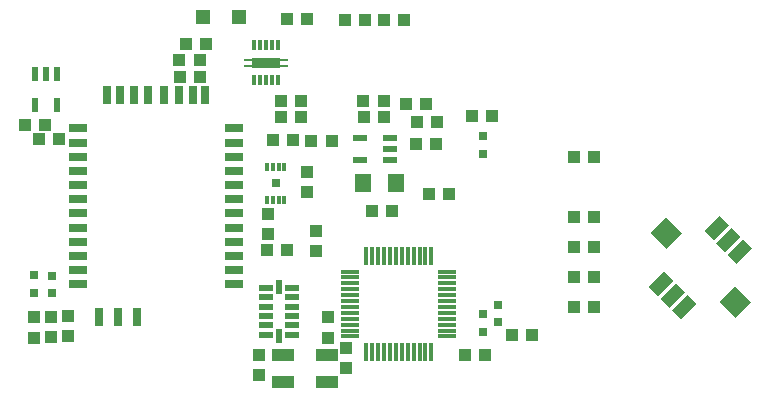
<source format=gtp>
G75*
G70*
%OFA0B0*%
%FSLAX24Y24*%
%IPPOS*%
%LPD*%
%AMOC8*
5,1,8,0,0,1.08239X$1,22.5*
%
%ADD10R,0.0630X0.0118*%
%ADD11R,0.0118X0.0630*%
%ADD12R,0.0217X0.0472*%
%ADD13R,0.0433X0.0394*%
%ADD14R,0.0117X0.0335*%
%ADD15R,0.0276X0.0110*%
%ADD16R,0.0940X0.0340*%
%ADD17R,0.0512X0.0512*%
%ADD18R,0.0118X0.0315*%
%ADD19R,0.0260X0.0260*%
%ADD20R,0.0394X0.0433*%
%ADD21R,0.0472X0.0217*%
%ADD22R,0.0551X0.0630*%
%ADD23R,0.0472X0.0197*%
%ADD24R,0.0197X0.0472*%
%ADD25R,0.0748X0.0433*%
%ADD26R,0.0630X0.0315*%
%ADD27R,0.0315X0.0630*%
%ADD28R,0.0315X0.0315*%
%ADD29R,0.0728X0.0433*%
%ADD30R,0.0748X0.0787*%
D10*
X011651Y003286D03*
X011651Y003483D03*
X011651Y003680D03*
X011651Y003877D03*
X011651Y004074D03*
X011651Y004271D03*
X011651Y004467D03*
X011651Y004664D03*
X011651Y004861D03*
X011651Y005058D03*
X011651Y005255D03*
X011651Y005452D03*
X014879Y005452D03*
X014879Y005255D03*
X014879Y005058D03*
X014879Y004861D03*
X014879Y004664D03*
X014879Y004467D03*
X014879Y004271D03*
X014879Y004074D03*
X014879Y003877D03*
X014879Y003680D03*
X014879Y003483D03*
X014879Y003286D03*
D11*
X014348Y002755D03*
X014151Y002755D03*
X013954Y002755D03*
X013757Y002755D03*
X013560Y002755D03*
X013363Y002755D03*
X013166Y002755D03*
X012970Y002755D03*
X012773Y002755D03*
X012576Y002755D03*
X012379Y002755D03*
X012182Y002755D03*
X012182Y005983D03*
X012379Y005983D03*
X012576Y005983D03*
X012773Y005983D03*
X012970Y005983D03*
X013166Y005983D03*
X013363Y005983D03*
X013560Y005983D03*
X013757Y005983D03*
X013954Y005983D03*
X014151Y005983D03*
X014348Y005983D03*
D12*
X001877Y010998D03*
X001129Y010998D03*
X001129Y012022D03*
X001503Y012022D03*
X001877Y012022D03*
D13*
X001476Y010330D03*
X000807Y010330D03*
X001268Y009871D03*
X001938Y009871D03*
X005950Y012499D03*
X005980Y011921D03*
X006650Y011921D03*
X006620Y012499D03*
X006847Y013037D03*
X006178Y013037D03*
X009523Y013860D03*
X010192Y013860D03*
X011469Y013823D03*
X012138Y013823D03*
X012759Y013833D03*
X013429Y013833D03*
X013498Y011049D03*
X012753Y011125D03*
X012764Y010617D03*
X012095Y010617D03*
X012083Y011125D03*
X011021Y009817D03*
X010352Y009817D03*
X009726Y009848D03*
X009057Y009848D03*
X009327Y010609D03*
X009347Y011127D03*
X010016Y011127D03*
X009997Y010609D03*
X013866Y010447D03*
X014535Y010447D03*
X014167Y011049D03*
X013849Y009699D03*
X014518Y009699D03*
X015690Y010625D03*
X016360Y010625D03*
X019090Y009275D03*
X019760Y009275D03*
X019760Y007275D03*
X019090Y007275D03*
X019090Y006275D03*
X019760Y006275D03*
X019760Y005275D03*
X019090Y005275D03*
X019090Y004275D03*
X019760Y004275D03*
X017691Y003333D03*
X017021Y003333D03*
X016131Y002674D03*
X015462Y002674D03*
X013025Y007464D03*
X012356Y007464D03*
X014276Y008050D03*
X014945Y008050D03*
X009547Y006164D03*
X008878Y006164D03*
D14*
X008837Y011831D03*
X009033Y011831D03*
X009230Y011831D03*
X008640Y011831D03*
X008443Y011831D03*
X008443Y012993D03*
X008640Y012993D03*
X008837Y012993D03*
X009033Y012993D03*
X009230Y012993D03*
D15*
X009427Y012510D03*
X009427Y012314D03*
X008246Y012314D03*
X008246Y012510D03*
D16*
X008837Y012412D03*
D17*
X007931Y013921D03*
X006750Y013921D03*
D18*
X008861Y008944D03*
X009058Y008944D03*
X009255Y008944D03*
X009452Y008944D03*
X009452Y007842D03*
X009255Y007842D03*
X009058Y007842D03*
X008861Y007842D03*
D19*
X009157Y008393D03*
D20*
X001096Y003251D03*
X001684Y003256D03*
X002242Y003299D03*
X002242Y003969D03*
X001684Y003925D03*
X001096Y003920D03*
X008590Y002658D03*
X008590Y001989D03*
X010903Y003250D03*
X011517Y002915D03*
X011517Y002246D03*
X010903Y003919D03*
X010496Y006121D03*
X010496Y006791D03*
X010211Y008088D03*
X010211Y008758D03*
X008903Y007368D03*
X008903Y006699D03*
D21*
X011953Y009156D03*
X011953Y009904D03*
X012977Y009904D03*
X012977Y009530D03*
X012977Y009156D03*
D22*
X013157Y008392D03*
X012055Y008392D03*
D23*
X009709Y004913D03*
X009709Y004598D03*
X009709Y004283D03*
X009709Y003968D03*
X009709Y003653D03*
X009709Y003338D03*
X008843Y003338D03*
X008843Y003653D03*
X008843Y003968D03*
X008843Y004283D03*
X008843Y004598D03*
X008843Y004913D03*
D24*
X009276Y004952D03*
X009276Y003299D03*
D25*
X009403Y002674D03*
X009403Y001768D03*
X010860Y001768D03*
X010860Y002674D03*
D26*
X007773Y005027D03*
X007773Y005499D03*
X007773Y005971D03*
X007773Y006444D03*
X007773Y006916D03*
X007773Y007389D03*
X007773Y007861D03*
X007773Y008334D03*
X007773Y008806D03*
X007773Y009279D03*
X007773Y009751D03*
X007773Y010223D03*
X002577Y010223D03*
X002577Y009751D03*
X002577Y009279D03*
X002577Y008806D03*
X002577Y008334D03*
X002577Y007861D03*
X002577Y007389D03*
X002577Y006916D03*
X002577Y006444D03*
X002577Y005971D03*
X002577Y005499D03*
X002577Y005027D03*
D27*
X003285Y003924D03*
X003915Y003924D03*
X004545Y003924D03*
X004427Y011326D03*
X004899Y011326D03*
X005451Y011326D03*
X005923Y011326D03*
X006395Y011326D03*
X006798Y011326D03*
X003955Y011326D03*
X003552Y011326D03*
D28*
X001699Y005313D03*
X001699Y004722D03*
X001092Y004733D03*
X001092Y005324D03*
X016053Y004025D03*
X016557Y003761D03*
X016053Y003435D03*
X016557Y004352D03*
X016075Y009380D03*
X016075Y009970D03*
D29*
G36*
X022420Y005150D02*
X021906Y004636D01*
X021600Y004942D01*
X022114Y005456D01*
X022420Y005150D01*
G37*
G36*
X022809Y004760D02*
X022295Y004246D01*
X021989Y004552D01*
X022503Y005066D01*
X022809Y004760D01*
G37*
G36*
X023199Y004371D02*
X022685Y003857D01*
X022379Y004163D01*
X022893Y004677D01*
X023199Y004371D01*
G37*
G36*
X025050Y006222D02*
X024536Y005708D01*
X024230Y006014D01*
X024744Y006528D01*
X025050Y006222D01*
G37*
G36*
X024661Y006612D02*
X024147Y006098D01*
X023841Y006404D01*
X024355Y006918D01*
X024661Y006612D01*
G37*
G36*
X024271Y007001D02*
X023757Y006487D01*
X023451Y006793D01*
X023965Y007307D01*
X024271Y007001D01*
G37*
D30*
G36*
X022717Y006719D02*
X022188Y006190D01*
X021633Y006745D01*
X022162Y007274D01*
X022717Y006719D01*
G37*
G36*
X025017Y004419D02*
X024488Y003890D01*
X023933Y004445D01*
X024462Y004974D01*
X025017Y004419D01*
G37*
M02*

</source>
